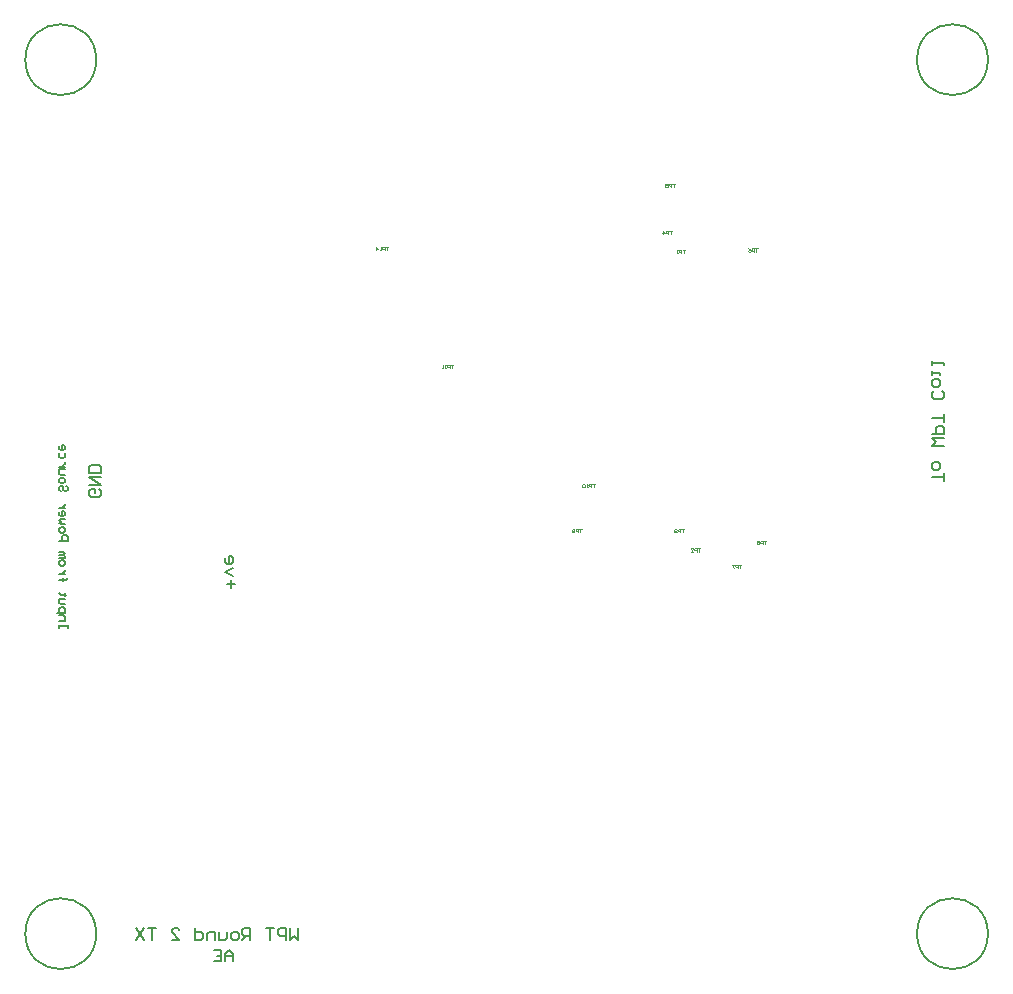
<source format=gbo>
G04*
G04 #@! TF.GenerationSoftware,Altium Limited,Altium Designer,21.6.4 (81)*
G04*
G04 Layer_Color=32896*
%FSLAX44Y44*%
%MOMM*%
G71*
G04*
G04 #@! TF.SameCoordinates,D26747ED-23D3-466A-99B4-63F3962E0784*
G04*
G04*
G04 #@! TF.FilePolarity,Positive*
G04*
G01*
G75*
%ADD10C,0.2000*%
%ADD13C,0.1000*%
%ADD117C,0.1500*%
D10*
X60000Y770000D02*
G03*
X60000Y770000I-30000J0D01*
G01*
Y30000D02*
G03*
X60000Y30000I-30000J0D01*
G01*
X815000Y770000D02*
G03*
X815000Y770000I-30000J0D01*
G01*
Y30000D02*
G03*
X815000Y30000I-30000J0D01*
G01*
X230500Y34497D02*
Y24500D01*
X227168Y27832D01*
X223836Y24500D01*
Y34497D01*
X220503Y24500D02*
Y34497D01*
X215505D01*
X213839Y32831D01*
Y29498D01*
X215505Y27832D01*
X220503D01*
X210506Y34497D02*
X203842D01*
X207174D01*
Y24500D01*
X190513D02*
Y34497D01*
X185515D01*
X183848Y32831D01*
Y29498D01*
X185515Y27832D01*
X190513D01*
X187181D02*
X183848Y24500D01*
X178850D02*
X175518D01*
X173852Y26166D01*
Y29498D01*
X175518Y31165D01*
X178850D01*
X180516Y29498D01*
Y26166D01*
X178850Y24500D01*
X170519Y31165D02*
Y26166D01*
X168853Y24500D01*
X163855D01*
Y31165D01*
X160522Y24500D02*
Y31165D01*
X155524D01*
X153858Y29498D01*
Y24500D01*
X143861Y34497D02*
Y24500D01*
X148860D01*
X150526Y26166D01*
Y29498D01*
X148860Y31165D01*
X143861D01*
X123868Y24500D02*
X130532D01*
X123868Y31165D01*
Y32831D01*
X125534Y34497D01*
X128866D01*
X130532Y32831D01*
X110539Y34497D02*
X103874D01*
X107206D01*
Y24500D01*
X100542Y34497D02*
X93877Y24500D01*
Y34497D02*
X100542Y24500D01*
X173998Y323000D02*
Y329664D01*
X177331Y326332D02*
X170666D01*
X175665Y332997D02*
X169000Y336329D01*
X175665Y339661D01*
X169000Y347992D02*
Y344660D01*
X170666Y342994D01*
X173998D01*
X175665Y344660D01*
Y347992D01*
X173998Y349658D01*
X172332D01*
Y342994D01*
X62331Y406664D02*
X63997Y404998D01*
Y401666D01*
X62331Y400000D01*
X55666D01*
X54000Y401666D01*
Y404998D01*
X55666Y406664D01*
X58998D01*
Y403332D01*
X54000Y409997D02*
X63997D01*
X54000Y416661D01*
X63997D01*
Y419994D02*
X54000D01*
Y424992D01*
X55666Y426658D01*
X62331D01*
X63997Y424992D01*
Y419994D01*
X777997Y413000D02*
Y419664D01*
Y416332D01*
X768000D01*
Y424663D02*
Y427995D01*
X769666Y429661D01*
X772998D01*
X774665Y427995D01*
Y424663D01*
X772998Y422997D01*
X769666D01*
X768000Y424663D01*
X777997Y442990D02*
X768000D01*
X771332Y446323D01*
X768000Y449655D01*
X777997D01*
X768000Y452987D02*
X777997D01*
Y457985D01*
X776331Y459652D01*
X772998D01*
X771332Y457985D01*
Y452987D01*
X777997Y462984D02*
Y469648D01*
Y466316D01*
X768000D01*
X776331Y489642D02*
X777997Y487976D01*
Y484644D01*
X776331Y482977D01*
X769666D01*
X768000Y484644D01*
Y487976D01*
X769666Y489642D01*
X768000Y494640D02*
Y497973D01*
X769666Y499639D01*
X772998D01*
X774665Y497973D01*
Y494640D01*
X772998Y492974D01*
X769666D01*
X768000Y494640D01*
Y502971D02*
Y506303D01*
Y504637D01*
X774665D01*
Y502971D01*
X768000Y511302D02*
Y514634D01*
Y512968D01*
X777997D01*
Y511302D01*
D13*
X307248Y611499D02*
X305249D01*
X306249D01*
Y608501D01*
X304249D02*
Y611499D01*
X302750D01*
X302250Y611000D01*
Y610000D01*
X302750Y609500D01*
X304249D01*
X301250Y608501D02*
X300251D01*
X300750D01*
Y611499D01*
X301250Y611000D01*
X297252Y608501D02*
Y611499D01*
X298751Y610000D01*
X296752D01*
X362234Y511627D02*
X360235D01*
X361234D01*
Y508628D01*
X359235D02*
Y511627D01*
X357735D01*
X357236Y511127D01*
Y510127D01*
X357735Y509628D01*
X359235D01*
X356236Y508628D02*
X355236D01*
X355736D01*
Y511627D01*
X356236Y511127D01*
X353737Y508628D02*
X352737D01*
X353237D01*
Y511627D01*
X353737Y511127D01*
X482176Y410816D02*
X480176D01*
X481176D01*
Y407817D01*
X479176D02*
Y410816D01*
X477677D01*
X477177Y410316D01*
Y409316D01*
X477677Y408816D01*
X479176D01*
X476177Y407817D02*
X475178D01*
X475678D01*
Y410816D01*
X476177Y410316D01*
X473678D02*
X473178Y410816D01*
X472179D01*
X471679Y410316D01*
Y408317D01*
X472179Y407817D01*
X473178D01*
X473678Y408317D01*
Y410316D01*
X470946Y372689D02*
X468947D01*
X469946D01*
Y369690D01*
X467947D02*
Y372689D01*
X466447D01*
X465948Y372189D01*
Y371189D01*
X466447Y370690D01*
X467947D01*
X464948Y370190D02*
X464448Y369690D01*
X463448D01*
X462949Y370190D01*
Y372189D01*
X463448Y372689D01*
X464448D01*
X464948Y372189D01*
Y371689D01*
X464448Y371189D01*
X462949D01*
X549940Y665043D02*
X547941D01*
X548940D01*
Y662044D01*
X546941D02*
Y665043D01*
X545442D01*
X544942Y664543D01*
Y663543D01*
X545442Y663044D01*
X546941D01*
X543942Y664543D02*
X543442Y665043D01*
X542442D01*
X541943Y664543D01*
Y664043D01*
X542442Y663543D01*
X541943Y663044D01*
Y662544D01*
X542442Y662044D01*
X543442D01*
X543942Y662544D01*
Y663044D01*
X543442Y663543D01*
X543942Y664043D01*
Y664543D01*
X543442Y663543D02*
X542442D01*
X605999Y342500D02*
X603999D01*
X604999D01*
Y339501D01*
X603000D02*
Y342500D01*
X601500D01*
X601000Y342000D01*
Y341000D01*
X601500Y340500D01*
X603000D01*
X600001Y342500D02*
X598001D01*
Y342000D01*
X600001Y340000D01*
Y339501D01*
X620044Y610179D02*
X618045D01*
X619044D01*
Y607180D01*
X617045D02*
Y610179D01*
X615546D01*
X615046Y609679D01*
Y608680D01*
X615546Y608180D01*
X617045D01*
X612047Y610179D02*
X613046Y609679D01*
X614046Y608680D01*
Y607680D01*
X613546Y607180D01*
X612546D01*
X612047Y607680D01*
Y608180D01*
X612546Y608680D01*
X614046D01*
X627410Y362529D02*
X625411D01*
X626410D01*
Y359530D01*
X624411D02*
Y362529D01*
X622911D01*
X622412Y362029D01*
Y361030D01*
X622911Y360530D01*
X624411D01*
X619413Y362529D02*
X621412D01*
Y361030D01*
X620412Y361529D01*
X619912D01*
X619413Y361030D01*
Y360030D01*
X619912Y359530D01*
X620912D01*
X621412Y360030D01*
X547400Y625165D02*
X545401D01*
X546400D01*
Y622166D01*
X544401D02*
Y625165D01*
X542901D01*
X542402Y624665D01*
Y623666D01*
X542901Y623166D01*
X544401D01*
X539902Y622166D02*
Y625165D01*
X541402Y623666D01*
X539403D01*
X557560Y372689D02*
X555561D01*
X556560D01*
Y369690D01*
X554561D02*
Y372689D01*
X553061D01*
X552562Y372189D01*
Y371189D01*
X553061Y370690D01*
X554561D01*
X551562Y372189D02*
X551062Y372689D01*
X550062D01*
X549563Y372189D01*
Y371689D01*
X550062Y371189D01*
X550562D01*
X550062D01*
X549563Y370690D01*
Y370190D01*
X550062Y369690D01*
X551062D01*
X551562Y370190D01*
X571499Y356499D02*
X569499D01*
X570499D01*
Y353501D01*
X568500D02*
Y356499D01*
X567000D01*
X566500Y356000D01*
Y355000D01*
X567000Y354500D01*
X568500D01*
X563501Y353501D02*
X565501D01*
X563501Y355500D01*
Y356000D01*
X564001Y356499D01*
X565001D01*
X565501Y356000D01*
X558499Y608999D02*
X556499D01*
X557499D01*
Y606001D01*
X555500D02*
Y608999D01*
X554000D01*
X553501Y608500D01*
Y607500D01*
X554000Y607000D01*
X555500D01*
X552501Y606001D02*
X551501D01*
X552001D01*
Y608999D01*
X552501Y608500D01*
D117*
X176000Y6500D02*
Y13164D01*
X172668Y16497D01*
X169335Y13164D01*
Y6500D01*
Y11498D01*
X176000D01*
X159339Y16497D02*
X166003D01*
Y6500D01*
X159339D01*
X166003Y11498D02*
X162671D01*
X35830Y289000D02*
Y291333D01*
Y290166D01*
X28833D01*
Y289000D01*
Y291333D01*
Y294831D02*
X33498D01*
Y298330D01*
X32331Y299497D01*
X28833D01*
X26500Y301829D02*
X33498D01*
Y305328D01*
X32331Y306494D01*
X29999D01*
X28833Y305328D01*
Y301829D01*
X33498Y308827D02*
X29999D01*
X28833Y309993D01*
Y313492D01*
X33498D01*
X34664Y316991D02*
X33498D01*
Y315825D01*
Y318157D01*
Y316991D01*
X29999D01*
X28833Y318157D01*
Y329820D02*
X34664D01*
X32331D01*
Y328654D01*
Y330987D01*
Y329820D01*
X34664D01*
X35830Y330987D01*
X33498Y334485D02*
X28833D01*
X31165D01*
X32331Y335652D01*
X33498Y336818D01*
Y337984D01*
X28833Y342649D02*
Y344982D01*
X29999Y346148D01*
X32331D01*
X33498Y344982D01*
Y342649D01*
X32331Y341483D01*
X29999D01*
X28833Y342649D01*
Y348481D02*
X33498D01*
Y349647D01*
X32331Y350813D01*
X28833D01*
X32331D01*
X33498Y351980D01*
X32331Y353146D01*
X28833D01*
Y362476D02*
X35830D01*
Y365975D01*
X34664Y367141D01*
X32331D01*
X31165Y365975D01*
Y362476D01*
X28833Y370640D02*
Y372973D01*
X29999Y374139D01*
X32331D01*
X33498Y372973D01*
Y370640D01*
X32331Y369474D01*
X29999D01*
X28833Y370640D01*
X33498Y376472D02*
X29999D01*
X28833Y377638D01*
X29999Y378804D01*
X28833Y379971D01*
X29999Y381137D01*
X33498D01*
X28833Y386968D02*
Y384636D01*
X29999Y383470D01*
X32331D01*
X33498Y384636D01*
Y386968D01*
X32331Y388135D01*
X31165D01*
Y383470D01*
X33498Y390467D02*
X28833D01*
X31165D01*
X32331Y391634D01*
X33498Y392800D01*
Y393966D01*
X34664Y409128D02*
X35830Y407962D01*
Y405629D01*
X34664Y404463D01*
X33498D01*
X32331Y405629D01*
Y407962D01*
X31165Y409128D01*
X29999D01*
X28833Y407962D01*
Y405629D01*
X29999Y404463D01*
X28833Y412627D02*
Y414959D01*
X29999Y416126D01*
X32331D01*
X33498Y414959D01*
Y412627D01*
X32331Y411461D01*
X29999D01*
X28833Y412627D01*
X33498Y418458D02*
X29999D01*
X28833Y419625D01*
Y423124D01*
X33498D01*
Y425456D02*
X28833D01*
X31165D01*
X32331Y426622D01*
X33498Y427789D01*
Y428955D01*
Y437119D02*
Y433620D01*
X32331Y432454D01*
X29999D01*
X28833Y433620D01*
Y437119D01*
Y442951D02*
Y440618D01*
X29999Y439452D01*
X32331D01*
X33498Y440618D01*
Y442951D01*
X32331Y444117D01*
X31165D01*
Y439452D01*
M02*

</source>
